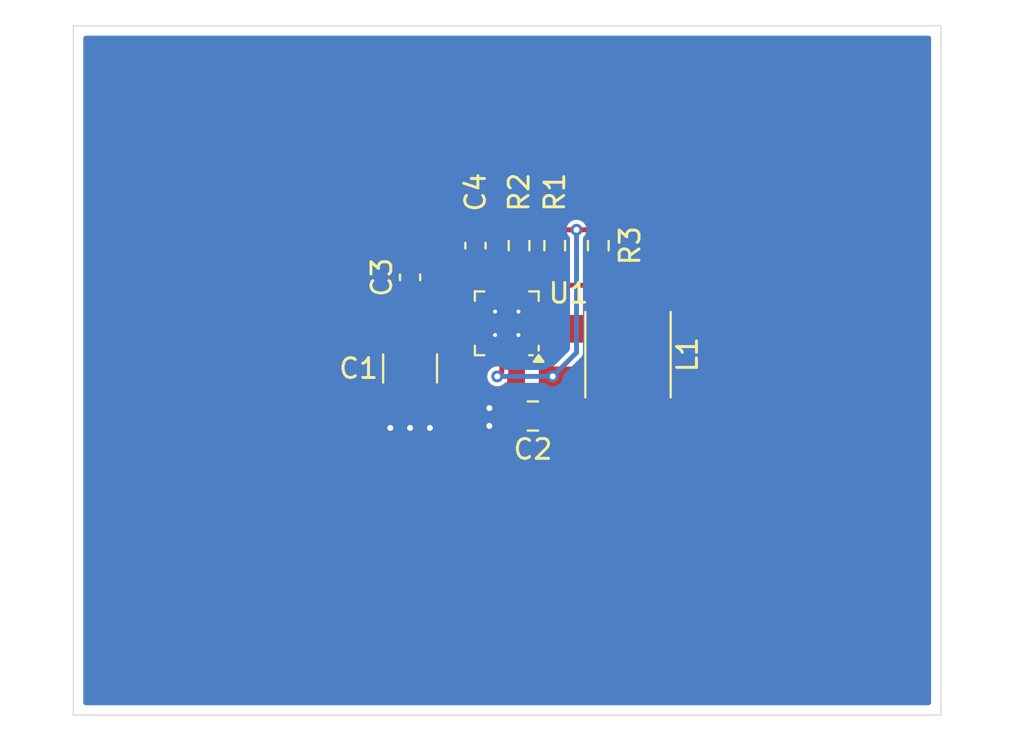
<source format=kicad_pcb>
(kicad_pcb (version 20241229) (generator "pcbnew") (generator_version "9.0")
  (layers (0 "F.Cu" signal) (2 "B.Cu" signal) (13 "F.Paste" user) (15 "B.Paste" user) (5 "F.SilkS" user "F.Silkscreen") (7 "B.SilkS" user "B.Silkscreen") (1 "F.Mask" user) (3 "B.Mask" user) (25 "Edge.Cuts" user))
  (net 0 "")
  (net 1 "+12V")
  (net 2 "GND")
  (net 3 "+3.3V")
  (net 4 "Net-(U1-SS{slash}TR)")
  (net 5 "Net-(L1-Pad1)")
  (net 6 "Net-(U1-FB)")
  (net 7 "Net-(U1-PG)")
  (footprint "Resistor_SMD:R_0603_1608Metric" (layer "F.Cu") (at 142.7 63.6 90)
    (property "Reference" "R3" (at 0 1.6 90) (layer "F.SilkS"))
    (property "Value" "100k")
    (fp_line (start -0.237258 -0.5225) (end 0.237258 -0.5225) (stroke (width 0.12)) (layer "F.SilkS"))
    (fp_line (start -0.237258 0.5225) (end 0.237258 0.5225) (stroke (width 0.12)) (layer "F.SilkS"))
    (pad "1" smd roundrect (at -0.825 0 90) (size 0.8 0.95) (layers "F.Cu" "F.Mask" "F.Paste") (net 7 "Net-(U1-PG)"))
    (pad "2" smd roundrect (at 0.825 0 90) (size 0.8 0.95) (layers "F.Cu" "F.Mask" "F.Paste") (net 3 "+3.3V"))
  )
  (footprint "Inductor_SMD:L_Coilcraft_XxL4020" (layer "F.Cu") (at 144.2 69.1 -90)
    (property "Reference" "L1" (at 0 -3 90) (layer "F.SilkS"))
    (property "Value" "2.2uH")
    (fp_line (start 2.154 2.154) (end -2.154 2.154) (stroke (width 0.12)) (layer "F.SilkS"))
    (fp_line (start -2.154 -2.154) (end 2.154 -2.154) (stroke (width 0.12)) (layer "F.SilkS"))
    (pad "1" smd rect (at -1.185 0 270) (size 0.98 3.4) (layers "F.Cu" "F.Mask" "F.Paste") (net 5 "Net-(L1-Pad1)"))
    (pad "2" smd rect (at 1.185 0 270) (size 0.98 3.4) (layers "F.Cu" "F.Mask" "F.Paste") (net 3 "+3.3V"))
  )
  (footprint "Package_DFN_QFN:VQFN-16-1EP_3x3mm_P0.5mm_EP1.68x1.68mm_ThermalVias" (layer "F.Cu") (at 138.08 67.52 180)
    (property "Reference" "U1" (at -3.12 1.52 0) (layer "F.SilkS"))
    (property "Value" "TPS62130A")
    (fp_line (start 1.61 1.61) (end 1.61 1.135) (stroke (width 0.12)) (layer "F.SilkS"))
    (fp_line (start 1.61 -1.61) (end 1.61 -1.135) (stroke (width 0.12)) (layer "F.SilkS"))
    (fp_line (start 1.135 1.61) (end 1.61 1.61) (stroke (width 0.12)) (layer "F.SilkS"))
    (fp_line (start 1.135 -1.61) (end 1.61 -1.61) (stroke (width 0.12)) (layer "F.SilkS"))
    (fp_line (start -1.135 1.61) (end -1.61 1.61) (stroke (width 0.12)) (layer "F.SilkS"))
    (fp_line (start -1.135 -1.61) (end -1.31 -1.61) (stroke (width 0.12)) (layer "F.SilkS"))
    (fp_line (start -1.61 1.61) (end -1.61 1.135) (stroke (width 0.12)) (layer "F.SilkS"))
    (fp_line (start -1.61 -1.135) (end -1.61 -1.37) (stroke (width 0.12)) (layer "F.SilkS"))
    (fp_poly (pts (xy -1.61 -1.61) (xy -1.85 -1.94) (xy -1.37 -1.94) (xy -1.61 -1.61)) (stroke (width 0.12)) (fill yes) (layer "F.SilkS"))
    (pad "1" smd roundrect (at -1.4625 -0.75 180) (size 0.825 0.25) (layers "F.Cu" "F.Mask" "F.Paste") (net 5 "Net-(L1-Pad1)"))
    (pad "2" smd roundrect (at -1.4625 -0.25 180) (size 0.825 0.25) (layers "F.Cu" "F.Mask" "F.Paste") (net 5 "Net-(L1-Pad1)"))
    (pad "3" smd roundrect (at -1.4625 0.25 180) (size 0.825 0.25) (layers "F.Cu" "F.Mask" "F.Paste") (net 5 "Net-(L1-Pad1)"))
    (pad "4" smd roundrect (at -1.4625 0.75 180) (size 0.825 0.25) (layers "F.Cu" "F.Mask" "F.Paste") (net 7 "Net-(U1-PG)"))
    (pad "5" smd roundrect (at -0.75 1.4625 180) (size 0.25 0.825) (layers "F.Cu" "F.Mask" "F.Paste") (net 6 "Net-(U1-FB)"))
    (pad "6" smd roundrect (at -0.25 1.4625 180) (size 0.25 0.825) (layers "F.Cu" "F.Mask" "F.Paste") (net 2 "GND"))
    (pad "7" smd roundrect (at 0.25 1.4625 180) (size 0.25 0.825) (layers "F.Cu" "F.Mask" "F.Paste") (net 2 "GND"))
    (pad "8" smd roundrect (at 0.75 1.4625 180) (size 0.25 0.825) (layers "F.Cu" "F.Mask" "F.Paste") (net 2 "GND"))
    (pad "9" smd roundrect (at 1.4625 0.75 180) (size 0.825 0.25) (layers "F.Cu" "F.Mask" "F.Paste") (net 4 "Net-(U1-SS{slash}TR)"))
    (pad "10" smd roundrect (at 1.4625 0.25 180) (size 0.825 0.25) (layers "F.Cu" "F.Mask" "F.Paste") (net 1 "+12V"))
    (pad "11" smd roundrect (at 1.4625 -0.25 180) (size 0.825 0.25) (layers "F.Cu" "F.Mask" "F.Paste") (net 1 "+12V"))
    (pad "12" smd roundrect (at 1.4625 -0.75 180) (size 0.825 0.25) (layers "F.Cu" "F.Mask" "F.Paste") (net 1 "+12V"))
    (pad "13" smd roundrect (at 0.75 -1.4625 180) (size 0.25 0.825) (layers "F.Cu" "F.Mask" "F.Paste") (net 1 "+12V"))
    (pad "14" smd roundrect (at 0.25 -1.4625 180) (size 0.25 0.825) (layers "F.Cu" "F.Mask" "F.Paste") (net 3 "+3.3V"))
    (pad "15" smd roundrect (at -0.25 -1.4625 180) (size 0.25 0.825) (layers "F.Cu" "F.Mask" "F.Paste") (net 2 "GND"))
    (pad "16" smd roundrect (at -0.75 -1.4625 180) (size 0.25 0.825) (layers "F.Cu" "F.Mask" "F.Paste") (net 2 "GND"))
    (pad "17" thru_hole circle (at -0.59 -0.59 180) (size 0.5 0.5) (drill 0.2) (property pad_prop_heatsink) (layers "*.Cu") (net 2 "GND"))
    (pad "17" thru_hole circle (at -0.59 0.59 180) (size 0.5 0.5) (drill 0.2) (property pad_prop_heatsink) (layers "*.Cu") (net 2 "GND"))
    (pad "17" smd rect (at 0 0 180) (size 1.68 1.68) (property pad_prop_heatsink) (layers "F.Cu" "F.Mask") (net 2 "GND"))
    (pad "17" smd rect (at 0 0 180) (size 1.68 1.68) (property pad_prop_heatsink) (layers "B.Cu") (net 2 "GND"))
    (pad "17" thru_hole circle (at 0.59 -0.59 180) (size 0.5 0.5) (drill 0.2) (property pad_prop_heatsink) (layers "*.Cu") (net 2 "GND"))
    (pad "17" thru_hole circle (at 0.59 0.59 180) (size 0.5 0.5) (drill 0.2) (property pad_prop_heatsink) (layers "*.Cu") (net 2 "GND"))
  )
  (footprint "Capacitor_SMD:C_0603_1608Metric" (layer "F.Cu") (at 136.5 63.6 -90)
    (property "Reference" "C4" (at -2.7 0 90) (layer "F.SilkS"))
    (property "Value" "3.3nF")
    (fp_line (start -0.14058 0.51) (end 0.14058 0.51) (stroke (width 0.12)) (layer "F.SilkS"))
    (fp_line (start -0.14058 -0.51) (end 0.14058 -0.51) (stroke (width 0.12)) (layer "F.SilkS"))
    (pad "1" smd roundrect (at -0.775 0 270) (size 0.9 0.95) (layers "F.Cu" "F.Mask" "F.Paste") (net 2 "GND"))
    (pad "2" smd roundrect (at 0.775 0 270) (size 0.9 0.95) (layers "F.Cu" "F.Mask" "F.Paste") (net 4 "Net-(U1-SS{slash}TR)"))
  )
  (footprint "Resistor_SMD:R_0603_1608Metric" (layer "F.Cu") (at 140.5 63.6 90)
    (property "Reference" "R1" (at 2.7 0 90) (layer "F.SilkS"))
    (property "Value" "6k8")
    (fp_line (start -0.237258 -0.5225) (end 0.237258 -0.5225) (stroke (width 0.12)) (layer "F.SilkS"))
    (fp_line (start -0.237258 0.5225) (end 0.237258 0.5225) (stroke (width 0.12)) (layer "F.SilkS"))
    (pad "1" smd roundrect (at -0.825 0 90) (size 0.8 0.95) (layers "F.Cu" "F.Mask" "F.Paste") (net 6 "Net-(U1-FB)"))
    (pad "2" smd roundrect (at 0.825 0 90) (size 0.8 0.95) (layers "F.Cu" "F.Mask" "F.Paste") (net 3 "+3.3V"))
  )
  (footprint "Capacitor_SMD:C_0805_2012Metric" (layer "F.Cu") (at 139.4 72.2 180)
    (property "Reference" "C2" (at 0 -1.68 0) (layer "F.SilkS"))
    (property "Value" "22uF")
    (fp_line (start -0.261252 0.735) (end 0.261252 0.735) (stroke (width 0.12)) (layer "F.SilkS"))
    (fp_line (start -0.261252 -0.735) (end 0.261252 -0.735) (stroke (width 0.12)) (layer "F.SilkS"))
    (pad "1" smd roundrect (at -0.95 0 180) (size 1 1.45) (layers "F.Cu" "F.Mask" "F.Paste") (net 3 "+3.3V"))
    (pad "2" smd roundrect (at 0.95 0 180) (size 1 1.45) (layers "F.Cu" "F.Mask" "F.Paste") (net 2 "GND"))
  )
  (footprint "Capacitor_SMD:C_0603_1608Metric" (layer "F.Cu") (at 133.2 65.2 90)
    (property "Reference" "C3" (at 0 -1.43 90) (layer "F.SilkS"))
    (property "Value" "0.1uF")
    (fp_line (start -0.14058 -0.51) (end 0.14058 -0.51) (stroke (width 0.12)) (layer "F.SilkS"))
    (fp_line (start -0.14058 0.51) (end 0.14058 0.51) (stroke (width 0.12)) (layer "F.SilkS"))
    (pad "1" smd roundrect (at -0.775 0 90) (size 0.9 0.95) (layers "F.Cu" "F.Mask" "F.Paste") (net 1 "+12V"))
    (pad "2" smd roundrect (at 0.775 0 90) (size 0.9 0.95) (layers "F.Cu" "F.Mask" "F.Paste") (net 2 "GND"))
  )
  (footprint "Resistor_SMD:R_0603_1608Metric" (layer "F.Cu") (at 138.7 63.6 -90)
    (property "Reference" "R2" (at -2.7 0 90) (layer "F.SilkS"))
    (property "Value" "2k2")
    (fp_line (start -0.237258 0.5225) (end 0.237258 0.5225) (stroke (width 0.12)) (layer "F.SilkS"))
    (fp_line (start -0.237258 -0.5225) (end 0.237258 -0.5225) (stroke (width 0.12)) (layer "F.SilkS"))
    (pad "1" smd roundrect (at -0.825 0 270) (size 0.8 0.95) (layers "F.Cu" "F.Mask" "F.Paste") (net 2 "GND"))
    (pad "2" smd roundrect (at 0.825 0 270) (size 0.8 0.95) (layers "F.Cu" "F.Mask" "F.Paste") (net 6 "Net-(U1-FB)"))
  )
  (footprint "Capacitor_SMD:C_1210_3225Metric" (layer "F.Cu") (at 133.2 69.8 -90)
    (property "Reference" "C1" (at 0 2.6 0) (layer "F.SilkS"))
    (property "Value" "10uF")
    (fp_line (start -0.711252 1.36) (end 0.711252 1.36) (stroke (width 0.12)) (layer "F.SilkS"))
    (fp_line (start -0.711252 -1.36) (end 0.711252 -1.36) (stroke (width 0.12)) (layer "F.SilkS"))
    (pad "1" smd roundrect (at -1.475 0 270) (size 1.15 2.7) (layers "F.Cu" "F.Mask" "F.Paste") (roundrect_rratio 0.217391) (net 1 "+12V"))
    (pad "2" smd roundrect (at 1.475 0 270) (size 1.15 2.7) (layers "F.Cu" "F.Mask" "F.Paste") (roundrect_rratio 0.217391) (net 2 "GND"))
  )
  (gr_rect (start 116.2 52.5) (end 160 87.3) (stroke (width 0.05)) (fill no) (layer "Edge.Cuts"))
  (segment (start 133.2 65.975) (end 133.2 68.325) (width 0.5) (layer "F.Cu") (net 1))
  (segment (start 134.775 65.975) (end 133.2 65.975) (width 0.25) (layer "F.Cu") (net 1))
  (segment (start 136.6175 67.27) (end 136.07 67.27) (width 0.25) (layer "F.Cu") (net 1))
  (segment (start 136.07 67.27) (end 134.775 65.975) (width 0.25) (layer "F.Cu") (net 1))
  (segment (start 133.675 62.825) (end 136.5 62.825) (width 0.5) (layer "F.Cu") (net 2))
  (segment (start 138.7 62.775) (end 137.6 62.775) (width 0.5) (layer "F.Cu") (net 2))
  (segment (start 133.2 63.3) (end 133.675 62.825) (width 0.5) (layer "F.Cu") (net 2))
  (segment (start 137.6 64.9) (end 137.6 62.775) (width 0.25) (layer "F.Cu") (net 2))
  (segment (start 138.33 66.0575) (end 138.33 65.63) (width 0.25) (layer "F.Cu") (net 2))
  (segment (start 136.55 62.775) (end 136.5 62.825) (width 0.5) (layer "F.Cu") (net 2))
  (segment (start 138.33 65.63) (end 137.6 64.9) (width 0.25) (layer "F.Cu") (net 2))
  (segment (start 137.6 62.775) (end 136.55 62.775) (width 0.5) (layer "F.Cu") (net 2))
  (segment (start 133.2 64.425) (end 133.2 63.3) (width 0.5) (layer "F.Cu") (net 2))
  (via (at 137.2 71.8) (size 0.6) (drill 0.3) (layers "F.Cu" "B.Cu") (net 2))
  (via (at 134.2 72.8) (size 0.6) (drill 0.3) (layers "F.Cu" "B.Cu") (net 2))
  (via (at 133.2 72.8) (size 0.6) (drill 0.3) (layers "F.Cu" "B.Cu") (net 2))
  (via (at 137.2 72.7) (size 0.6) (drill 0.3) (layers "F.Cu" "B.Cu") (net 2))
  (via (at 132.2 72.8) (size 0.6) (drill 0.3) (layers "F.Cu" "B.Cu") (net 2))
  (segment (start 137.83 69.97) (end 137.6 70.2) (width 0.25) (layer "F.Cu") (net 3))
  (segment (start 141.6 62.8) (end 140.525 62.8) (width 0.25) (layer "F.Cu") (net 3))
  (segment (start 137.83 68.9825) (end 137.83 69.97) (width 0.25) (layer "F.Cu") (net 3))
  (segment (start 141.6 62.8) (end 142.675 62.8) (width 0.25) (layer "F.Cu") (net 3))
  (segment (start 140.525 62.8) (end 140.5 62.775) (width 0.25) (layer "F.Cu") (net 3))
  (segment (start 142.675 62.8) (end 142.7 62.775) (width 0.25) (layer "F.Cu") (net 3))
  (via (at 141.6 62.8) (size 0.6) (drill 0.3) (layers "F.Cu" "B.Cu") (net 3))
  (via (at 140.4 70.2) (size 0.6) (drill 0.3) (layers "F.Cu" "B.Cu") (net 3))
  (via (at 137.6 70.2) (size 0.6) (drill 0.3) (layers "F.Cu" "B.Cu") (net 3))
  (segment (start 141.6 62.8) (end 141.6 69) (width 0.25) (layer "B.Cu") (net 3))
  (segment (start 141.6 69) (end 140.4 70.2) (width 0.25) (layer "B.Cu") (net 3))
  (segment (start 137.6 70.2) (end 140.4 70.2) (width 0.25) (layer "B.Cu") (net 3))
  (segment (start 136.5 65.9) (end 136.6175 66.0175) (width 0.25) (layer "F.Cu") (net 4))
  (segment (start 136.5 64.375) (end 136.5 65.9) (width 0.25) (layer "F.Cu") (net 4))
  (segment (start 136.6175 66.0175) (end 136.6175 66.77) (width 0.25) (layer "F.Cu") (net 4))
  (segment (start 138.7 64.425) (end 140.5 64.425) (width 0.25) (layer "F.Cu") (net 6))
  (segment (start 138.83 66.0575) (end 138.83 65.67) (width 0.25) (layer "F.Cu") (net 6))
  (segment (start 139.6 64.9) (end 139.6 64.425) (width 0.25) (layer "F.Cu") (net 6))
  (segment (start 138.83 65.67) (end 139.6 64.9) (width 0.25) (layer "F.Cu") (net 6))
  (segment (start 139.9 65.6) (end 139.5425 65.9575) (width 0.25) (layer "F.Cu") (net 7))
  (segment (start 139.5425 65.9575) (end 139.5425 66.77) (width 0.25) (layer "F.Cu") (net 7))
  (segment (start 142.7 64.425) (end 142.7 65.3) (width 0.25) (layer "F.Cu") (net 7))
  (segment (start 142.4 65.6) (end 139.9 65.6) (width 0.25) (layer "F.Cu") (net 7))
  (segment (start 142.7 65.3) (end 142.4 65.6) (width 0.25) (layer "F.Cu") (net 7))
  (zone (net 2) (net_name "GND") (layer "F.Cu") (priority 5) (connect_pads yes (clearance 0.2)) (min_thickness 0.25) (fill yes (thermal_gap 0.5) (thermal_bridge_width 0.5) (smoothing chamfer) (radius 0.08))
    (polygon (pts (xy 138.5 65.6) (xy 138.5 66.8) (xy 139 66.8) (xy 139 69) (xy 138.1 69) (xy 138.1 68) (xy 137.2 68) (xy 137.2 66.5) (xy 137.2 65.6)))
  )
  (zone (net 5) (net_name "Net-(L1-Pad1)") (layer "F.Cu") (priority 2) (connect_pads yes (clearance 0.2)) (min_thickness 0.25) (fill yes (thermal_gap 0.5) (thermal_bridge_width 0.5) (smoothing chamfer) (radius 0.08))
    (polygon (pts (xy 139.1 67.1) (xy 139.114515 68.5) (xy 141.8 68.5) (xy 146.5 68.5) (xy 146.5 67.1)))
  )
  (zone (net 2) (net_name "GND") (layer "F.Cu") (priority 1) (connect_pads yes (clearance 0.2)) (min_thickness 0.25) (fill yes (thermal_gap 0.5) (thermal_bridge_width 0.5) (smoothing chamfer) (radius 0.08))
    (polygon (pts (xy 138.1 68.5) (xy 139 68.5) (xy 139 73.2) (xy 129 73.2) (xy 129 70.5) (xy 138.1 70.5) (xy 138.1 70.5) (xy 138.1 70.5)))
  )
  (zone (net 3) (net_name "+3.3V") (layer "F.Cu") (priority 3) (connect_pads yes (clearance 0.2)) (min_thickness 0.25) (fill yes (thermal_gap 0.5) (thermal_bridge_width 0.5) (smoothing chamfer) (radius 0.08))
    (polygon (pts (xy 139.7 73.2) (xy 146.5 73.2) (xy 146.5 69.7) (xy 139.7 69.7)))
  )
  (zone (net 1) (net_name "+12V") (layer "F.Cu") (connect_pads yes (clearance 0.2)) (min_thickness 0.25) (fill yes (thermal_gap 0.5) (thermal_bridge_width 0.5) (smoothing chamfer) (radius 0.08))
    (polygon (pts (xy 137.1 67.5) (xy 137.1 68.5) (xy 137.5 68.5) (xy 137.5 69.9) (xy 135.7 69.9) (xy 135.7 69.1) (xy 129 69.1) (xy 129 66.5) (xy 130.5 66.5) (xy 130.5 67.5)))
  )
  (zone (net 2) (net_name "GND") (layer "B.Cu") (priority 4) (connect_pads yes (clearance 0.2)) (min_thickness 0.25) (fill yes (thermal_gap 0.5) (thermal_bridge_width 0.5) (smoothing chamfer) (radius 0.08))
    (polygon (pts (xy 114.2 51.3) (xy 164.2 51.2) (xy 162.3 89) (xy 112.5 88.3)))
  )
)
</source>
